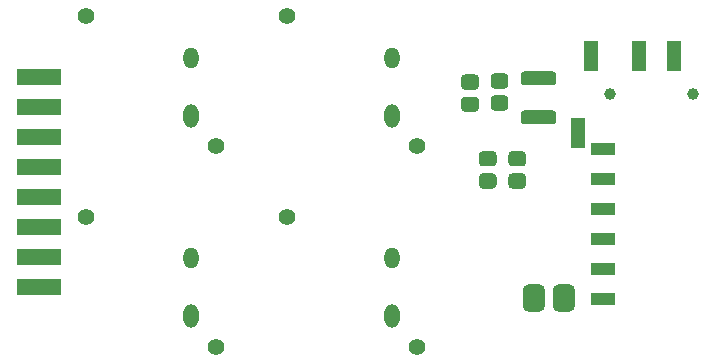
<source format=gbr>
%TF.GenerationSoftware,KiCad,Pcbnew,(5.1.6)-1*%
%TF.CreationDate,2022-07-31T05:20:53+09:00*%
%TF.ProjectId,az-core-top,617a2d63-6f72-4652-9d74-6f702e6b6963,rev?*%
%TF.SameCoordinates,Original*%
%TF.FileFunction,Soldermask,Bot*%
%TF.FilePolarity,Negative*%
%FSLAX46Y46*%
G04 Gerber Fmt 4.6, Leading zero omitted, Abs format (unit mm)*
G04 Created by KiCad (PCBNEW (5.1.6)-1) date 2022-07-31 05:20:53*
%MOMM*%
%LPD*%
G01*
G04 APERTURE LIST*
%ADD10R,3.700000X1.370000*%
%ADD11O,1.300000X1.800000*%
%ADD12C,1.400000*%
%ADD13O,1.300000X2.000000*%
%ADD14R,2.000000X1.100000*%
%ADD15R,1.300000X2.600000*%
%ADD16C,1.000000*%
G04 APERTURE END LIST*
%TO.C,F1*%
G36*
G01*
X165000000Y-91650000D02*
X162600000Y-91650000D01*
G75*
G02*
X162300000Y-91350000I0J300000D01*
G01*
X162300000Y-90750000D01*
G75*
G02*
X162600000Y-90450000I300000J0D01*
G01*
X165000000Y-90450000D01*
G75*
G02*
X165300000Y-90750000I0J-300000D01*
G01*
X165300000Y-91350000D01*
G75*
G02*
X165000000Y-91650000I-300000J0D01*
G01*
G37*
G36*
G01*
X165000000Y-88350000D02*
X162600000Y-88350000D01*
G75*
G02*
X162300000Y-88050000I0J300000D01*
G01*
X162300000Y-87450000D01*
G75*
G02*
X162600000Y-87150000I300000J0D01*
G01*
X165000000Y-87150000D01*
G75*
G02*
X165300000Y-87450000I0J-300000D01*
G01*
X165300000Y-88050000D01*
G75*
G02*
X165000000Y-88350000I-300000J0D01*
G01*
G37*
%TD*%
D10*
%TO.C,REF\u002A\u002A*%
X121500000Y-87610000D03*
X121500000Y-90150000D03*
X121500000Y-92690000D03*
X121500000Y-95230000D03*
X121500000Y-97770000D03*
X121500000Y-100310000D03*
X121500000Y-102850000D03*
X121500000Y-105390000D03*
%TD*%
D11*
%TO.C,REF\u002A\u002A*%
X134400008Y-86000164D03*
D12*
X125500008Y-82500164D03*
X136500008Y-93500164D03*
D13*
X134400008Y-90900164D03*
%TD*%
%TO.C,REF\u002A\u002A*%
X151400008Y-90900164D03*
D12*
X153500008Y-93500164D03*
X142500008Y-82500164D03*
D11*
X151400008Y-86000164D03*
%TD*%
%TO.C,REF\u002A\u002A*%
X151400008Y-103000164D03*
D12*
X142500008Y-99500164D03*
X153500008Y-110500164D03*
D13*
X151400008Y-107900164D03*
%TD*%
%TO.C,REF\u002A\u002A*%
X134400008Y-107900164D03*
D12*
X136500008Y-110500164D03*
X125500008Y-99500164D03*
D11*
X134400008Y-103000164D03*
%TD*%
D14*
%TO.C,REF\u002A\u002A*%
X169250000Y-93750000D03*
X169250000Y-98830000D03*
X169250000Y-103910000D03*
X169250000Y-106450000D03*
X169250000Y-101370000D03*
X169250000Y-96290000D03*
%TD*%
%TO.C,R4*%
G36*
G01*
X162425000Y-97087500D02*
X161575000Y-97087500D01*
G75*
G02*
X161250000Y-96762500I0J325000D01*
G01*
X161250000Y-96112500D01*
G75*
G02*
X161575000Y-95787500I325000J0D01*
G01*
X162425000Y-95787500D01*
G75*
G02*
X162750000Y-96112500I0J-325000D01*
G01*
X162750000Y-96762500D01*
G75*
G02*
X162425000Y-97087500I-325000J0D01*
G01*
G37*
G36*
G01*
X162425000Y-95212500D02*
X161575000Y-95212500D01*
G75*
G02*
X161250000Y-94887500I0J325000D01*
G01*
X161250000Y-94237500D01*
G75*
G02*
X161575000Y-93912500I325000J0D01*
G01*
X162425000Y-93912500D01*
G75*
G02*
X162750000Y-94237500I0J-325000D01*
G01*
X162750000Y-94887500D01*
G75*
G02*
X162425000Y-95212500I-325000J0D01*
G01*
G37*
%TD*%
%TO.C,R3*%
G36*
G01*
X159925000Y-95212500D02*
X159075000Y-95212500D01*
G75*
G02*
X158750000Y-94887500I0J325000D01*
G01*
X158750000Y-94237500D01*
G75*
G02*
X159075000Y-93912500I325000J0D01*
G01*
X159925000Y-93912500D01*
G75*
G02*
X160250000Y-94237500I0J-325000D01*
G01*
X160250000Y-94887500D01*
G75*
G02*
X159925000Y-95212500I-325000J0D01*
G01*
G37*
G36*
G01*
X159925000Y-97087500D02*
X159075000Y-97087500D01*
G75*
G02*
X158750000Y-96762500I0J325000D01*
G01*
X158750000Y-96112500D01*
G75*
G02*
X159075000Y-95787500I325000J0D01*
G01*
X159925000Y-95787500D01*
G75*
G02*
X160250000Y-96112500I0J-325000D01*
G01*
X160250000Y-96762500D01*
G75*
G02*
X159925000Y-97087500I-325000J0D01*
G01*
G37*
%TD*%
%TO.C,J3*%
G36*
G01*
X166415000Y-107500000D02*
X165465000Y-107500000D01*
G75*
G02*
X164990000Y-107025000I0J475000D01*
G01*
X164990000Y-105675000D01*
G75*
G02*
X165465000Y-105200000I475000J0D01*
G01*
X166415000Y-105200000D01*
G75*
G02*
X166890000Y-105675000I0J-475000D01*
G01*
X166890000Y-107025000D01*
G75*
G02*
X166415000Y-107500000I-475000J0D01*
G01*
G37*
G36*
G01*
X163875000Y-107500000D02*
X162925000Y-107500000D01*
G75*
G02*
X162450000Y-107025000I0J475000D01*
G01*
X162450000Y-105675000D01*
G75*
G02*
X162925000Y-105200000I475000J0D01*
G01*
X163875000Y-105200000D01*
G75*
G02*
X164350000Y-105675000I0J-475000D01*
G01*
X164350000Y-107025000D01*
G75*
G02*
X163875000Y-107500000I-475000J0D01*
G01*
G37*
%TD*%
%TO.C,R2*%
G36*
G01*
X160075000Y-89187500D02*
X160925000Y-89187500D01*
G75*
G02*
X161250000Y-89512500I0J-325000D01*
G01*
X161250000Y-90162500D01*
G75*
G02*
X160925000Y-90487500I-325000J0D01*
G01*
X160075000Y-90487500D01*
G75*
G02*
X159750000Y-90162500I0J325000D01*
G01*
X159750000Y-89512500D01*
G75*
G02*
X160075000Y-89187500I325000J0D01*
G01*
G37*
G36*
G01*
X160075000Y-87312500D02*
X160925000Y-87312500D01*
G75*
G02*
X161250000Y-87637500I0J-325000D01*
G01*
X161250000Y-88287500D01*
G75*
G02*
X160925000Y-88612500I-325000J0D01*
G01*
X160075000Y-88612500D01*
G75*
G02*
X159750000Y-88287500I0J325000D01*
G01*
X159750000Y-87637500D01*
G75*
G02*
X160075000Y-87312500I325000J0D01*
G01*
G37*
%TD*%
%TO.C,R1*%
G36*
G01*
X157575000Y-87412500D02*
X158425000Y-87412500D01*
G75*
G02*
X158750000Y-87737500I0J-325000D01*
G01*
X158750000Y-88387500D01*
G75*
G02*
X158425000Y-88712500I-325000J0D01*
G01*
X157575000Y-88712500D01*
G75*
G02*
X157250000Y-88387500I0J325000D01*
G01*
X157250000Y-87737500D01*
G75*
G02*
X157575000Y-87412500I325000J0D01*
G01*
G37*
G36*
G01*
X157575000Y-89287500D02*
X158425000Y-89287500D01*
G75*
G02*
X158750000Y-89612500I0J-325000D01*
G01*
X158750000Y-90262500D01*
G75*
G02*
X158425000Y-90587500I-325000J0D01*
G01*
X157575000Y-90587500D01*
G75*
G02*
X157250000Y-90262500I0J325000D01*
G01*
X157250000Y-89612500D01*
G75*
G02*
X157575000Y-89287500I325000J0D01*
G01*
G37*
%TD*%
D15*
%TO.C,PJ320D*%
X167175000Y-92350000D03*
X168275000Y-85850000D03*
X172275000Y-85850000D03*
X175275000Y-85850000D03*
D16*
X176875000Y-89100000D03*
X169875000Y-89100000D03*
%TD*%
M02*

</source>
